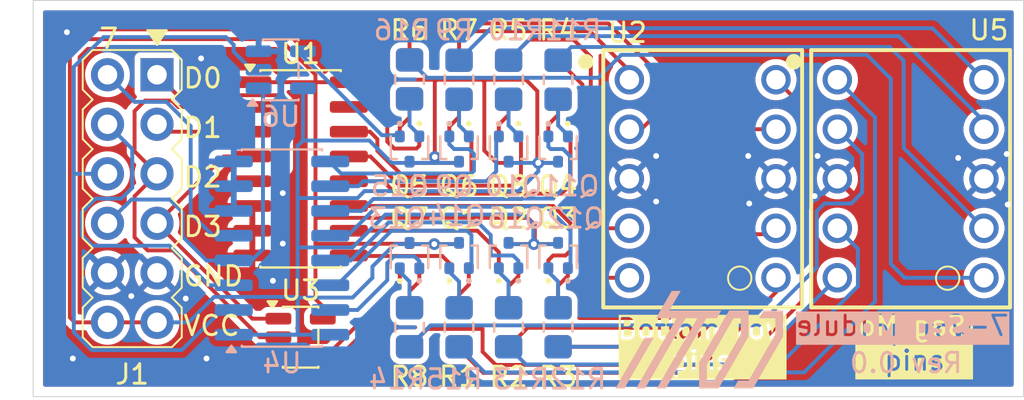
<source format=kicad_pcb>
(kicad_pcb (version 20241229) (generator "pcbnew") (generator_version "9.0")
  (title_block (title "7Seg Module") (date "2026-01-18") (rev "0.0") (company "Cotti"))
  (layers (0 "F.Cu" signal) (2 "B.Cu" signal) (13 "F.Paste" user) (15 "B.Paste" user) (5 "F.SilkS" user "F.Silkscreen") (7 "B.SilkS" user "B.Silkscreen") (1 "F.Mask" user) (3 "B.Mask" user) (25 "Edge.Cuts" user))
  (net 0 "")
  (net 1 "/led_driver0/nmos_array0/a_in")
  (net 2 "GND")
  (net 3 "/led_driver0/nmos_array0/b_in")
  (net 4 "/led_driver0/nmos_array0/c_in")
  (net 5 "/led_driver0/nmos_array0/d_in")
  (net 6 "/led_driver0/nmos_array0/f_in")
  (net 7 "/led_driver0/nmos_array0/g_in")
  (net 8 "/led_driver0/nmos_array0/dp_in")
  (net 9 "/led_driver0/nmos_array0/e_in")
  (net 10 "/led_driver1/nmos_array0/a_in")
  (net 11 "/led_driver1/nmos_array0/b_in")
  (net 12 "/led_driver1/nmos_array0/c_in")
  (net 13 "/led_driver1/nmos_array0/d_in")
  (net 14 "/led_driver1/nmos_array0/f_in")
  (net 15 "/led_driver1/nmos_array0/g_in")
  (net 16 "/led_driver1/nmos_array0/dp_in")
  (net 17 "/led_driver1/nmos_array0/e_in")
  (net 18 "/d13")
  (net 19 "/d00")
  (net 20 "/d03")
  (net 21 "VCC")
  (net 22 "/d01")
  (net 23 "/d02")
  (net 24 "/d12")
  (net 25 "/d10")
  (net 26 "/d11")
  (net 27 "Net-(U2-A)")
  (net 28 "/led_driver0/nmos_array0/a_out")
  (net 29 "Net-(U2-B)")
  (net 30 "/led_driver0/nmos_array0/b_out")
  (net 31 "/led_driver0/nmos_array0/c_out")
  (net 32 "Net-(U2-C)")
  (net 33 "/led_driver0/nmos_array0/d_out")
  (net 34 "Net-(U2-D)")
  (net 35 "Net-(U2-E)")
  (net 36 "/led_driver0/nmos_array0/e_out")
  (net 37 "/led_driver0/nmos_array0/f_out")
  (net 38 "Net-(U2-F)")
  (net 39 "Net-(U2-G)")
  (net 40 "/led_driver0/nmos_array0/g_out")
  (net 41 "/led_driver0/nmos_array0/dp_out")
  (net 42 "Net-(U2-DP)")
  (net 43 "/led_driver1/nmos_array0/a_out")
  (net 44 "Net-(U5-A)")
  (net 45 "Net-(U5-B)")
  (net 46 "/led_driver1/nmos_array0/e_out")
  (net 47 "/led_driver1/nmos_array0/b_out")
  (net 48 "Net-(U5-C)")
  (net 49 "/led_driver1/nmos_array0/f_out")
  (net 50 "Net-(U5-D)")
  (net 51 "Net-(U5-E)")
  (net 52 "/led_driver1/nmos_array0/c_out")
  (net 53 "Net-(U5-F)")
  (net 54 "/led_driver1/nmos_array0/g_out")
  (net 55 "Net-(U5-G)")
  (net 56 "/led_driver1/nmos_array0/d_out")
  (net 57 "/led_driver1/nmos_array0/dp_out")
  (net 58 "Net-(U5-DP)")
  (footprint "Resistor_SMD:R_0805_2012Metric_Pad1.20x1.40mm_HandSolder" (layer "F.Cu") (at 120.904 67.564 -90)
    (property "Reference" "R8")
    (property "Value" "39R")
  )
  (footprint "cotti_footprints:SOT-416" (layer "F.Cu") (at 125.984 58.42 -90)
    (property "Reference" "Q8")
    (property "Value" "RE1C001UNTCL" (hide yes))
  )
  (footprint "Resistor_SMD:R_0805_2012Metric_Pad1.20x1.40mm_HandSolder" (layer "F.Cu") (at 120.904 54.848 90)
    (property "Reference" "R6")
    (property "Value" "39R")
  )
  (footprint "Resistor_SMD:R_0805_2012Metric_Pad1.20x1.40mm_HandSolder" (layer "F.Cu") (at 128.524 54.864 90)
    (property "Reference" "R4")
    (property "Value" "39R")
  )
  (footprint "Resistor_SMD:R_0805_2012Metric_Pad1.20x1.40mm_HandSolder" (layer "F.Cu") (at 125.984 54.864 90)
    (property "Reference" "R5")
    (property "Value" "39R")
  )
  (footprint "Package_SO:SOIC-16_3.9x9.9mm_P1.27mm" (layer "F.Cu") (at 115.316 59.436)
    (property "Reference" "U1")
    (property "Value" "BCD_to_7seg")
  )
  (footprint "cotti_footprints:SOT-416" (layer "F.Cu") (at 123.444 63.881 90)
    (property "Reference" "Q1")
    (property "Value" "RE1C001UNTCL" (hide yes))
  )
  (footprint "cotti_footprints:SOT-416" (layer "F.Cu") (at 120.904 58.42 -90)
    (property "Reference" "Q5")
    (property "Value" "RE1C001UNTCL" (hide yes))
  )
  (footprint "Resistor_SMD:R_0805_2012Metric_Pad1.20x1.40mm_HandSolder" (layer "F.Cu") (at 123.444 67.564 -90)
    (property "Reference" "R1")
    (property "Value" "39R")
  )
  (footprint "cotti_footprints:SOT-416" (layer "F.Cu") (at 128.524 63.881 90)
    (property "Reference" "Q3")
    (property "Value" "RE1C001UNTCL" (hide yes))
  )
  (footprint "cotti_footprints:SOT-416" (layer "F.Cu") (at 125.984 63.881 90)
    (property "Reference" "Q2")
    (property "Value" "RE1C001UNTCL" (hide yes))
  )
  (footprint "Package_TO_SOT_SMD:SOT-23-5" (layer "F.Cu") (at 115.316 68.072)
    (property "Reference" "U3")
    (property "Value" "SN74LVC1G08DBVR-EV")
  )
  (footprint "cotti_footprints:WL-T7DS_0.39INCH" (layer "F.Cu") (at 135.9408 59.944)
    (property "Reference" "U2")
    (property "Value" "157119S12701")
  )
  (footprint "cotti_footprints:SOT-416" (layer "F.Cu") (at 120.904 63.896 90)
    (property "Reference" "Q7")
    (property "Value" "RE1C001UNTCL" (hide yes))
  )
  (footprint "Resistor_SMD:R_0805_2012Metric_Pad1.20x1.40mm_HandSolder" (layer "F.Cu") (at 123.444 54.864 90)
    (property "Reference" "R7")
    (property "Value" "39R")
  )
  (footprint "Resistor_SMD:R_0805_2012Metric_Pad1.20x1.40mm_HandSolder" (layer "F.Cu") (at 125.984 67.564 -90)
    (property "Reference" "R2")
    (property "Value" "39R")
  )
  (footprint "cotti_footprints:Pmod_2x06_pin" (layer "F.Cu") (at 107.95 54.61)
    (property "Reference" "J1")
    (property "Value" "Pmod GPIO 2x06 pin" (hide yes))
  )
  (footprint "Resistor_SMD:R_0805_2012Metric_Pad1.20x1.40mm_HandSolder" (layer "F.Cu") (at 128.524 67.564 -90)
    (property "Reference" "R3")
    (property "Value" "39R")
  )
  (footprint "cotti_footprints:SOT-416" (layer "F.Cu") (at 123.444 58.42 -90)
    (property "Reference" "Q6")
    (property "Value" "RE1C001UNTCL" (hide yes))
  )
  (footprint "cotti_footprints:SOT-416" (layer "F.Cu") (at 128.524 58.42 -90)
    (property "Reference" "Q4")
    (property "Value" "RE1C001UNTCL" (hide yes))
  )
  (footprint "cotti_footprints:WL-T7DS_0.39INCH" (layer "F.Cu") (at 146.6088 59.944)
    (property "Reference" "U5")
    (property "Value" "157119S12701")
  )
  (footprint "cotti_footprints:SOT-416" (layer "B.Cu") (at 128.524 63.881 90)
    (property "Reference" "Q12")
    (property "Value" "RE1C001UNTCL" (hide yes))
  )
  (footprint "Resistor_SMD:R_0805_2012Metric_Pad1.20x1.40mm_HandSolder" (layer "B.Cu") (at 125.984 54.864 90)
    (property "Reference" "R10")
    (property "Value" "39R")
  )
  (footprint "Package_SO:SOIC-16_3.9x9.9mm_P1.27mm" (layer "B.Cu") (at 114.362 63.5)
    (property "Reference" "U4")
    (property "Value" "BCD_to_7seg")
  )
  (footprint "cotti_footprints:SOT-416" (layer "B.Cu") (at 120.904 63.881 90)
    (property "Reference" "Q13")
    (property "Value" "RE1C001UNTCL" (hide yes))
  )
  (footprint "cotti_logo:cotti_logo_filled H=4mm T=0.4mm" (layer "B.Cu") (at 140.066481 66.699 180)
    (property "Reference" "REF**" (hide yes))
    (property "Value" "cotti_logo_filled H=4mm T=0.4mm" (hide yes))
  )
  (footprint "cotti_footprints:SOT-416" (layer "B.Cu") (at 123.444 63.881 90)
    (property "Reference" "Q14")
    (property "Value" "RE1C001UNTCL" (hide yes))
  )
  (footprint "Resistor_SMD:R_0805_2012Metric_Pad1.20x1.40mm_HandSolder" (layer "B.Cu") (at 128.524 67.564 -90)
    (property "Reference" "R12")
    (property "Value" "39R")
  )
  (footprint "Resistor_SMD:R_0805_2012Metric_Pad1.20x1.40mm_HandSolder" (layer "B.Cu") (at 128.524 54.864 90)
    (property "Reference" "R11")
    (property "Value" "39R")
  )
  (footprint "Resistor_SMD:R_0805_2012Metric_Pad1.20x1.40mm_HandSolder" (layer "B.Cu") (at 120.904 67.564 -90)
    (property "Reference" "R14")
    (property "Value" "39R")
  )
  (footprint "cotti_footprints:SOT-416" (layer "B.Cu") (at 128.524 58.42 -90)
    (property "Reference" "Q11")
    (property "Value" "RE1C001UNTCL" (hide yes))
  )
  (footprint "Package_TO_SOT_SMD:SOT-23-5" (layer "B.Cu") (at 114.3 54.356)
    (property "Reference" "U6")
    (property "Value" "SN74LVC1G08DBVR-EV")
  )
  (footprint "cotti_footprints:SOT-416" (layer "B.Cu") (at 125.984 58.42 -90)
    (property "Reference" "Q10")
    (property "Value" "RE1C001UNTCL" (hide yes))
  )
  (footprint "Resistor_SMD:R_0805_2012Metric_Pad1.20x1.40mm_HandSolder" (layer "B.Cu") (at 123.444 67.564 -90)
    (property "Reference" "R15")
    (property "Value" "39R")
  )
  (footprint "cotti_footprints:SOT-416" (layer "B.Cu") (at 125.984 63.881 90)
    (property "Reference" "Q16")
    (property "Value" "RE1C001UNTCL" (hide yes))
  )
  (footprint "Resistor_SMD:R_0805_2012Metric_Pad1.20x1.40mm_HandSolder" (layer "B.Cu") (at 120.904 54.848 90)
    (property "Reference" "R16")
    (property "Value" "39R")
  )
  (footprint "cotti_footprints:SOT-416" (layer "B.Cu") (at 120.904 58.42 -90)
    (property "Reference" "Q15")
    (property "Value" "RE1C001UNTCL" (hide yes))
  )
  (footprint "Resistor_SMD:R_0805_2012Metric_Pad1.20x1.40mm_HandSolder" (layer "B.Cu") (at 123.444 54.864 90)
    (property "Reference" "R9")
    (property "Value" "39R")
  )
  (footprint "Resistor_SMD:R_0805_2012Metric_Pad1.20x1.40mm_HandSolder" (layer "B.Cu") (at 125.984 67.564 -90)
    (property "Reference" "R13")
    (property "Value" "39R")
  )
  (footprint "cotti_footprints:SOT-416" (layer "B.Cu") (at 123.444 58.42 -90)
    (property "Reference" "Q9")
    (property "Value" "RE1C001UNTCL" (hide yes))
  )
  (gr_rect (start 101.6 50.8) (end 152.4 71.12) (stroke (width 0.05)) (fill no) (layer "Edge.Cuts"))
  (gr_text "D0" (at 109.22 55.372 0) (layer "F.SilkS") (effects (font (size 1 1)) (justify left bottom)))
  (gr_text "D3" (at 109.22 62.992 0) (layer "F.SilkS") (effects (font (size 1 1)) (justify left bottom)))
  (gr_text "Top row\npins" (at 146.812 69.85 0) (layer "F.SilkS" knockout) (effects (font (size 1 1)) (justify bottom)))
  (gr_text "D1" (at 109.22 57.912 0) (layer "F.SilkS") (effects (font (size 1 1)) (justify left bottom)))
  (gr_text "VCC" (at 109.22 68.072 0) (layer "F.SilkS") (effects (font (size 1 1)) (justify left bottom)))
  (gr_text "GND" (at 109.22 65.532 0) (layer "F.SilkS") (effects (font (size 1 1)) (justify left bottom)))
  (gr_text "D2" (at 109.22 60.452 0) (layer "F.SilkS") (effects (font (size 1 1)) (justify left bottom)))
  (gr_text "Bottom row\npins" (at 135.89 69.85 0) (layer "F.SilkS" knockout) (effects (font (size 1 1)) (justify bottom)))
  (gr_text "7-Seg Module" (at 146.177 68.072 0) (layer "B.SilkS" knockout) (effects (font (size 1 1)) (justify bottom mirror)))
  (gr_text "Rev 0.0" (at 149.352 69.977 0) (layer "B.SilkS") (effects (font (size 1 1)) (justify left bottom mirror)))
  (segment (start 117.791 63.881) (end 117.8164 63.9064) (width 0.2) (layer "F.Cu") (net 1))
  (segment (start 122.944001 64.270001) (end 122.944001 64.7192) (width 0.2) (layer "F.Cu") (net 1))
  (segment (start 122.5804 63.9064) (end 122.944001 64.270001) (width 0.2) (layer "F.Cu") (net 1))
  (segment (start 117.8164 63.9064) (end 122.5804 63.9064) (width 0.2) (layer "F.Cu") (net 1))
  (via (at 151.5872 61.2648) (size 0.6) (drill 0.3) (layers "F.Cu" "B.Cu") (net 2))
  (via (at 138.3284 61.214) (size 0.6) (drill 0.3) (layers "F.Cu" "B.Cu") (net 2))
  (via (at 149.0472 58.8772) (size 0.6) (drill 0.3) (layers "F.Cu" "B.Cu") (net 2))
  (via (at 103.3272 52.4256) (size 0.6) (drill 0.3) (layers "F.Cu" "B.Cu") (net 2))
  (via (at 133.5532 58.7756) (size 0.6) (drill 0.3) (layers "F.Cu" "B.Cu") (net 2))
  (via (at 141.6812 60.833) (size 0.6) (drill 0.3) (layers "F.Cu" "B.Cu") (net 2))
  (via (at 141.8336 58.7756) (size 0.6) (drill 0.3) (layers "F.Cu" "B.Cu") (net 2))
  (via (at 114.4016 60.6806) (size 0.6) (drill 0.3) (layers "F.Cu" "B.Cu") (net 2))
  (via (at 151.5364 58.674) (size 0.6) (drill 0.3) (layers "F.Cu" "B.Cu") (net 2))
  (via (at 113.8936 65.1764) (size 0.6) (drill 0.3) (layers "F.Cu" "B.Cu") (net 2))
  (via (at 138.2776 58.7756) (size 0.6) (drill 0.3) (layers "F.Cu" "B.Cu") (net 2))
  (via (at 114.4016 63.2714) (size 0.6) (drill 0.3) (layers "F.Cu" "B.Cu") (net 2))
  (via (at 103.632 69.1642) (size 0.6) (drill 0.3) (layers "F.Cu" "B.Cu") (net 2))
  (via (at 109.4232 66.0908) (size 0.6) (drill 0.3) (layers "F.Cu" "B.Cu") (net 2))
  (via (at 110.49 69.1642) (size 0.6) (drill 0.3) (layers "F.Cu" "B.Cu") (net 2))
  (via (at 106.6292 65.9638) (size 0.6) (drill 0.3) (layers "F.Cu" "B.Cu") (net 2))
  (via (at 110.2106 53.7718) (size 0.6) (drill 0.3) (layers "F.Cu" "B.Cu") (net 2))
  (via (at 133.5532 61.1124) (size 0.6) (drill 0.3) (layers "F.Cu" "B.Cu") (net 2))
  (segment (start 117.791 62.611) (end 124.3838 62.611) (width 0.2) (layer "F.Cu") (net 3))
  (segment (start 125.484001 63.711201) (end 125.484001 64.7192) (width 0.2) (layer "F.Cu") (net 3))
  (segment (start 124.3838 62.611) (end 125.484001 63.711201) (width 0.2) (layer "F.Cu") (net 3))
  (segment (start 129.159 62.23) (end 129.159 63.627) (width 0.2) (layer "F.Cu") (net 4))
  (segment (start 128.27 63.881) (end 128.024001 64.126999) (width 0.2) (layer "F.Cu") (net 4))
  (segment (start 128.905 63.881) (end 128.27 63.881) (width 0.2) (layer "F.Cu") (net 4))
  (segment (start 128.024001 64.126999) (end 128.024001 64.7192) (width 0.2) (layer "F.Cu") (net 4))
  (segment (start 129.159 63.627) (end 128.905 63.881) (width 0.2) (layer "F.Cu") (net 4))
  (segment (start 117.791 61.341) (end 128.27 61.341) (width 0.2) (layer "F.Cu") (net 4))
  (segment (start 128.27 61.341) (end 129.159 62.23) (width 0.2) (layer "F.Cu") (net 4))
  (segment (start 129.159 60.2488) (end 129.159 57.843801) (width 0.2) (layer "F.Cu") (net 5))
  (segment (start 120.1928 60.706) (end 128.7018 60.706) (width 0.2) (layer "F.Cu") (net 5))
  (segment (start 128.7018 60.706) (end 129.159 60.2488) (width 0.2) (layer "F.Cu") (net 5))
  (segment (start 129.159 57.843801) (end 129.023999 57.7088) (width 0.2) (layer "F.Cu") (net 5))
  (segment (start 117.791 60.071) (end 119.5578 60.071) (width 0.2) (layer "F.Cu") (net 5))
  (segment (start 119.5578 60.071) (end 120.1928 60.706) (width 0.2) (layer "F.Cu") (net 5))
  (segment (start 119.4562 56.261) (end 119.761 56.5658) (width 0.2) (layer "F.Cu") (net 6))
  (segment (start 121.403999 58.250201) (end 121.403999 57.7088) (width 0.2) (layer "F.Cu") (net 6))
  (segment (start 117.791 56.261) (end 119.4562 56.261) (width 0.2) (layer "F.Cu") (net 6))
  (segment (start 121.2596 58.3946) (end 121.403999 58.250201) (width 0.2) (layer "F.Cu") (net 6))
  (segment (start 120.1166 58.3946) (end 121.2596 58.3946) (width 0.2) (layer "F.Cu") (net 6))
  (segment (start 119.761 58.039) (end 120.1166 58.3946) (width 0.2) (layer "F.Cu") (net 6))
  (segment (start 119.761 56.5658) (end 119.761 58.039) (width 0.2) (layer "F.Cu") (net 6))
  (segment (start 118.872 57.531) (end 117.791 57.531) (width 0.2) (layer "F.Cu") (net 7))
  (segment (start 120.015 59.2753) (end 119.253 58.5133) (width 0.2) (layer "F.Cu") (net 7))
  (segment (start 120.142 59.3852) (end 120.1332 59.3852) (width 0.2) (layer "F.Cu") (net 7))
  (segment (start 120.0233 59.2753) (end 120.015 59.2753) (width 0.2) (layer "F.Cu") (net 7))
  (segment (start 120.6246 59.8678) (end 120.142 59.3852) (width 0.2) (layer "F.Cu") (net 7))
  (segment (start 124.079 59.6138) (end 123.825 59.8678) (width 0.2) (layer "F.Cu") (net 7))
  (segment (start 123.825 59.8678) (end 120.6246 59.8678) (width 0.2) (layer "F.Cu") (net 7))
  (segment (start 123.943999 57.7088) (end 124.079 57.843801) (width 0.2) (layer "F.Cu") (net 7))
  (segment (start 119.253 58.5133) (end 119.253 57.912) (width 0.2) (layer "F.Cu") (net 7))
  (segment (start 120.1332 59.3852) (end 120.0233 59.2753) (width 0.2) (layer "F.Cu") (net 7))
  (segment (start 119.253 57.912) (end 118.872 57.531) (width 0.2) (layer "F.Cu") (net 7))
  (segment (start 124.079 57.843801) (end 124.079 59.6138) (width 0.2) (layer "F.Cu") (net 7))
  (segment (start 116.4535 69.022) (end 116.652 69.022) (width 0.2) (layer "F.Cu") (net 8))
  (segment (start 120.404001 65.269999) (end 120.404001 64.7192) (width 0.2) (layer "F.Cu") (net 8))
  (segment (start 116.652 69.022) (end 120.404001 65.269999) (width 0.2) (layer "F.Cu") (net 8))
  (segment (start 126.1618 60.2996) (end 126.619 59.8424) (width 0.2) (layer "F.Cu") (net 9))
  (segment (start 126.619 59.8424) (end 126.619 57.843801) (width 0.2) (layer "F.Cu") (net 9))
  (segment (start 118.8974 58.801) (end 120.396 60.2996) (width 0.2) (layer "F.Cu") (net 9))
  (segment (start 120.396 60.2996) (end 126.1618 60.2996) (width 0.2) (layer "F.Cu") (net 9))
  (segment (start 126.619 57.843801) (end 126.483999 57.7088) (width 0.2) (layer "F.Cu") (net 9))
  (segment (start 117.791 58.801) (end 118.8974 58.801) (width 0.2) (layer "F.Cu") (net 9))
  (segment (start 123.952 58.42) (end 124.206 58.674) (width 0.2) (layer "B.Cu") (net 10))
  (segment (start 123.0173 57.7088) (end 122.944001 57.7088) (width 0.2) (layer "B.Cu") (net 10))
  (segment (start 122.944 58.174) (end 123.19 58.42) (width 0.2) (layer "B.Cu") (net 10))
  (segment (start 124.206 58.674) (end 124.206 59.5376) (width 0.2) (layer "B.Cu") (net 10))
  (segment (start 117.3935 59.6735) (end 116.775 59.055) (width 0.2) (layer "B.Cu") (net 10))
  (segment (start 122.944 57.77) (end 122.944 58.174) (width 0.2) (layer "B.Cu") (net 10))
  (segment (start 124.206 59.5376) (end 124.0701 59.6735) (width 0.2) (layer "B.Cu") (net 10))
  (segment (start 124.0701 59.6735) (end 117.3935 59.6735) (width 0.2) (layer "B.Cu") (net 10))
  (segment (start 123.19 58.42) (end 123.952 58.42) (width 0.2) (layer "B.Cu") (net 10))
  (segment (start 118.53 60.0745) (end 124.2362 60.0745) (width 0.2) (layer "B.Cu") (net 11))
  (segment (start 124.8464 60.071) (end 125.349 59.5684) (width 0.2) (layer "B.Cu") (net 11))
  (segment (start 124.2397 60.071) (end 124.8464 60.071) (width 0.2) (layer "B.Cu") (net 11))
  (segment (start 125.349 57.843801) (end 125.484001 57.7088) (width 0.2) (layer "B.Cu") (net 11))
  (segment (start 118.2795 60.325) (end 118.53 60.0745) (width 0.2) (layer "B.Cu") (net 11))
  (segment (start 124.2362 60.0745) (end 124.2397 60.071) (width 0.2) (layer "B.Cu") (net 11))
  (segment (start 116.775 60.325) (end 118.2795 60.325) (width 0.2) (layer "B.Cu") (net 11))
  (segment (start 125.349 59.5684) (end 125.349 57.843801) (width 0.2) (layer "B.Cu") (net 11))
  (segment (start 128.827 58.469) (end 128.778 58.42) (width 0.2) (layer "B.Cu") (net 12))
  (segment (start 129.1336 60.0964) (end 129.1336 58.7756) (width 0.2) (layer "B.Cu") (net 12))
  (segment (start 128.778 58.42) (end 128.143 58.42) (width 0.2) (layer "B.Cu") (net 12))
  (segment (start 128.27 60.96) (end 129.1336 60.0964) (width 0.2) (layer "B.Cu") (net 12))
  (segment (start 126.6581 60.98) (end 126.6781 60.96) (width 0.2) (layer "B.Cu") (net 12))
  (segment (start 118.4319 61.595) (end 119.0469 60.98) (width 0.2) (layer "B.Cu") (net 12))
  (segment (start 129.075 58.715082) (end 128.828918 58.469) (width 0.2) (layer "B.Cu") (net 12))
  (segment (start 129.075 58.717) (end 129.075 58.715082) (width 0.2) (layer "B.Cu") (net 12))
  (segment (start 126.6781 60.96) (end 128.27 60.96) (width 0.2) (layer "B.Cu") (net 12))
  (segment (start 116.775 61.595) (end 118.4319 61.595) (width 0.2) (layer "B.Cu") (net 12))
  (segment (start 128.143 58.42) (end 128.024 58.301) (width 0.2) (layer "B.Cu") (net 12))
  (segment (start 128.024 58.301) (end 128.024 57.77) (width 0.2) (layer "B.Cu") (net 12))
  (segment (start 129.1336 58.7756) (end 129.075 58.717) (width 0.2) (layer "B.Cu") (net 12))
  (segment (start 119.0469 60.98) (end 126.6581 60.98) (width 0.2) (layer "B.Cu") (net 12))
  (segment (start 128.0668 57.7088) (end 128.024001 57.7088) (width 0.2) (layer "B.Cu") (net 12))
  (segment (start 128.828918 58.469) (end 128.827 58.469) (width 0.2) (layer "B.Cu") (net 12))
  (segment (start 126.8242 61.381) (end 126.8442 61.361) (width 0.2) (layer "B.Cu") (net 13))
  (segment (start 126.8442 61.361) (end 127.909 61.361) (width 0.2) (layer "B.Cu") (net 13))
  (segment (start 127.909 61.361) (end 129.159 62.611) (width 0.2) (layer "B.Cu") (net 13))
  (segment (start 117.729 62.865) (end 119.213 61.381) (width 0.2) (layer "B.Cu") (net 13))
  (segment (start 129.159 62.611) (end 129.159 64.584199) (width 0.2) (layer "B.Cu") (net 13))
  (segment (start 129.159 64.584199) (end 129.023999 64.7192) (width 0.2) (layer "B.Cu") (net 13))
  (segment (start 119.213 61.381) (end 126.8242 61.381) (width 0.2) (layer "B.Cu") (net 13))
  (segment (start 116.775 62.865) (end 117.729 62.865) (width 0.2) (layer "B.Cu") (net 13))
  (segment (start 119.761 65.151) (end 119.761 64.268082) (width 0.2) (layer "B.Cu") (net 14))
  (segment (start 121.403999 64.168401) (end 121.403999 64.7192) (width 0.2) (layer "B.Cu") (net 14))
  (segment (start 120.099082 63.93) (end 121.165598 63.93) (width 0.2) (layer "B.Cu") (net 14))
  (segment (start 118.237 66.675) (end 119.761 65.151) (width 0.2) (layer "B.Cu") (net 14))
  (segment (start 121.165598 63.93) (end 121.403999 64.168401) (width 0.2) (layer "B.Cu") (net 14))
  (segment (start 119.761 64.268082) (end 120.099082 63.93) (width 0.2) (layer "B.Cu") (net 14))
  (segment (start 116.775 66.675) (end 118.237 66.675) (width 0.2) (layer "B.Cu") (net 14))
  (segment (start 118.113 64.4705) (end 118.113 64.475968) (width 0.2) (layer "B.Cu") (net 15))
  (segment (start 123.8631 62.611) (end 119.9725 62.611) (width 0.2) (layer "B.Cu") (net 15))
  (segment (start 116.775 65.405) (end 117.1702 65.405) (width 0.2) (layer "B.Cu") (net 15))
  (segment (start 118.113 64.475968) (end 117.183968 65.405) (width 0.2) (layer "B.Cu") (net 15))
  (segment (start 123.943999 64.7192) (end 124.079 64.584199) (width 0.2) (layer "B.Cu") (net 15))
  (segment (start 124.079 64.584199) (end 124.079 62.8269) (width 0.2) (layer "B.Cu") (net 15))
  (segment (start 124.079 62.8269) (end 123.8631 62.611) (width 0.2) (layer "B.Cu") (net 15))
  (segment (start 119.9725 62.611) (end 118.113 64.4705) (width 0.2) (layer "B.Cu") (net 15))
  (segment (start 117.183968 65.405) (end 116.837 65.405) (width 0.2) (layer "B.Cu") (net 15))
  (segment (start 115.4375 53.406) (end 115.4375 53.6647) (width 0.2) (layer "B.Cu") (net 16))
  (segment (start 119.4816 57.7088) (end 120.404001 57.7088) (width 0.2) (layer "B.Cu") (net 16))
  (segment (start 115.4375 53.6647) (end 119.4816 57.7088) (width 0.2) (layer "B.Cu") (net 16))
  (segment (start 117.8814 64.135) (end 119.8334 62.183) (width 0.2) (layer "B.Cu") (net 17))
  (segment (start 125.0696 62.8396) (end 125.0696 63.881) (width 0.2) (layer "B.Cu") (net 17))
  (segment (start 126.483999 64.152399) (end 126.483999 64.7192) (width 0.2) (layer "B.Cu") (net 17))
  (segment (start 126.2126 63.881) (end 126.483999 64.152399) (width 0.2) (layer "B.Cu") (net 17))
  (segment (start 119.8334 62.183) (end 124.413 62.183) (width 0.2) (layer "B.Cu") (net 17))
  (segment (start 124.413 62.183) (end 125.0696 62.8396) (width 0.2) (layer "B.Cu") (net 17))
  (segment (start 125.0696 63.881) (end 126.2126 63.881) (width 0.2) (layer "B.Cu") (net 17))
  (segment (start 116.775 64.135) (end 117.8814 64.135) (width 0.2) (layer "B.Cu") (net 17))
  (segment (start 126.483999 64.7192) (end 126.492 64.711199) (width 0.2) (layer "B.Cu") (net 17))
  (segment (start 106.2873 61.361) (end 106.6375 61.0108) (width 0.2) (layer "B.Cu") (net 18))
  (segment (start 113.3856 55.5291) (end 113.3856 63.549399) (width 0.2) (layer "B.Cu") (net 18))
  (segment (start 105.41 62.23) (end 106.279 61.361) (width 0.2) (layer "B.Cu") (net 18))
  (segment (start 113.1625 55.306) (end 113.3856 55.5291) (width 0.2) (layer "B.Cu") (net 18))
  (segment (start 109.2708 61.67012) (end 109.2708 62.9158) (width 0.2) (layer "B.Cu") (net 18))
  (segment (start 108.61148 61.0108) (end 109.2708 61.67012) (width 0.2) (layer "B.Cu") (net 18))
  (segment (start 112.799999 64.135) (end 111.825 64.135) (width 0.2) (layer "B.Cu") (net 18))
  (segment (start 109.2708 62.9158) (end 110.49 64.135) (width 0.2) (layer "B.Cu") (net 18))
  (segment (start 106.6375 61.0108) (end 108.61148 61.0108) (width 0.2) (layer "B.Cu") (net 18))
  (segment (start 110.49 64.135) (end 111.825 64.135) (width 0.2) (layer "B.Cu") (net 18))
  (segment (start 113.3856 63.549399) (end 112.799999 64.135) (width 0.2) (layer "B.Cu") (net 18))
  (segment (start 106.279 61.361) (end 106.2873 61.361) (width 0.2) (layer "B.Cu") (net 18))
  (segment (start 114.1562 55.66) (end 114.5286 56.0324) (width 0.2) (layer "F.Cu") (net 19))
  (segment (start 114.5286 56.0324) (end 114.5286 59.358399) (width 0.2) (layer "F.Cu") (net 19))
  (segment (start 114.5286 59.358399) (end 113.815999 60.071) (width 0.2) (layer "F.Cu") (net 19))
  (segment (start 109 55.66) (end 114.1562 55.66) (width 0.2) (layer "F.Cu") (net 19))
  (segment (start 107.95 54.61) (end 109 55.66) (width 0.2) (layer "F.Cu") (net 19))
  (segment (start 113.815999 60.071) (end 112.841 60.071) (width 0.2) (layer "F.Cu") (net 19))
  (segment (start 107.95 62.23) (end 112.842 67.122) (width 0.2) (layer "F.Cu") (net 20))
  (segment (start 112.842 67.122) (end 114.1785 67.122) (width 0.2) (layer "F.Cu") (net 20))
  (segment (start 107.95 62.23) (end 111.379 58.801) (width 0.2) (layer "F.Cu") (net 20))
  (segment (start 111.379 58.801) (end 112.841 58.801) (width 0.2) (layer "F.Cu") (net 20))
  (segment (start 120.8872 63.28) (end 120.904 63.2968) (width 0.2) (layer "F.Cu") (net 21))
  (segment (start 116.078 61.9506) (end 126.9746 61.9506) (width 0.2) (layer "F.Cu") (net 21))
  (segment (start 122.1994 54.963) (end 122.1994 58.8264) (width 0.2) (layer "F.Cu") (net 21))
  (segment (start 104.1908 52.7812) (end 114.2492 52.7812) (width 0.2) (layer "F.Cu") (net 21))
  (segment (start 116.078 63.28) (end 120.8872 63.28) (width 0.2) (layer "F.Cu") (net 21))
  (segment (start 122.1994 59.1058) (end 122.174 59.1312) (width 0.2) (layer "F.Cu") (net 21))
  (segment (start 103.7336 67.31) (end 103.4796 67.056) (width 0.2) (layer "F.Cu") (net 21))
  (segment (start 124.6404 54.864) (end 126.873 54.864) (width 0.2) (layer "F.Cu") (net 21))
  (segment (start 116.078 61.9506) (end 116.078 63.28) (width 0.2) (layer "F.Cu") (net 21))
  (segment (start 105.41 67.31) (end 103.7336 67.31) (width 0.2) (layer "F.Cu") (net 21))
  (segment (start 124.7394 54.963) (end 124.7394 58.4962) (width 0.2) (layer "F.Cu") (net 21))
  (segment (start 103.4796 67.056) (end 103.4796 53.4924) (width 0.2) (layer "F.Cu") (net 21))
  (segment (start 123.444 63.2968) (end 120.904 63.2968) (width 0.2) (layer "F.Cu") (net 21))
  (segment (start 125.3744 59.1312) (end 125.984 59.1312) (width 0.2) (layer "F.Cu") (net 21))
  (segment (start 124.6404 54.864) (end 124.7394 54.963) (width 0.2) (layer "F.Cu") (net 21))
  (segment (start 116.078 54.991) (end 117.791 54.991) (width 0.2) (layer "F.Cu") (net 21))
  (segment (start 122.1994 54.963) (end 122.2984 54.864) (width 0.2) (layer "F.Cu") (net 21))
  (segment (start 112.841 54.991) (end 116.078 54.991) (width 0.2) (layer "F.Cu") (net 21))
  (segment (start 122.2984 54.864) (end 124.6404 54.864) (width 0.2) (layer "F.Cu") (net 21))
  (segment (start 103.4796 53.4924) (end 104.1908 52.7812) (width 0.2) (layer "F.Cu") (net 21))
  (segment (start 124.7394 58.4962) (end 125.3744 59.1312) (width 0.2) (layer "F.Cu") (net 21))
  (segment (start 116.078 61.9506) (end 116.078 66.1162) (width 0.2) (layer "F.Cu") (net 21))
  (segment (start 127.4064 63.2968) (end 125.984 63.2968) (width 0.2) (layer "F.Cu") (net 21))
  (segment (start 127.3302 63.246) (end 127.2794 63.2968) (width 0.2) (layer "F.Cu") (net 21))
  (segment (start 114.2492 52.7812) (end 116.078 54.61) (width 0.2) (layer "F.Cu") (net 21))
  (segment (start 120.904 59.1312) (end 122.174 59.1312) (width 0.2) (layer "F.Cu") (net 21))
  (segment (start 127.635 59.1312) (end 128.524 59.1312) (width 0.2) (layer "F.Cu") (net 21))
  (segment (start 127.2794 63.2968) (end 127.4064 63.2968) (width 0.2) (layer "F.Cu") (net 21))
  (segment (start 127.4064 63.2968) (end 128.524 63.2968) (width 0.2) (layer "F.Cu") (net 21))
  (segment (start 116.078 54.991) (end 116.078 61.9506) (width 0.2) (layer "F.Cu") (net 21))
  (segment (start 127.3302 62.3062) (end 127.3302 63.246) (width 0.2) (layer "F.Cu") (net 21))
  (segment (start 122.1994 58.8264) (end 122.1994 59.1058) (width 0.2) (layer "F.Cu") (net 21))
  (segment (start 126.9746 61.9506) (end 127.3302 62.3062) (width 0.2) (layer "F.Cu") (net 21))
  (segment (start 127.4572 55.4482) (end 127.4572 58.9534) (width 0.2) (layer "F.Cu") (net 21))
  (segment (start 116.078 54.61) (end 116.078 54.991) (width 0.2) (layer "F.Cu") (net 21))
  (segment (start 116.4535 66.4917) (end 116.4535 67.122) (width 0.2) (layer "F.Cu") (net 21))
  (segment (start 117.918 54.864) (end 122.2984 54.864) (width 0.2) (layer "F.Cu") (net 21))
  (segment (start 126.873 54.864) (end 127.4572 55.4482) (width 0.2) (layer "F.Cu") (net 21))
  (segment (start 117.791 54.991) (end 117.918 54.864) (width 0.2) (layer "F.Cu") (net 21))
  (segment (start 107.95 67.31) (end 105.41 67.31) (width 0.2) (layer "F.Cu") (net 21))
  (segment (start 123.444 59.1312) (end 122.174 59.1312) (width 0.2) (layer "F.Cu") (net 21))
  (segment (start 116.078 66.1162) (end 116.4535 66.4917) (width 0.2) (layer "F.Cu") (net 21))
  (segment (start 127.4572 58.9534) (end 127.635 59.1312) (width 0.2) (layer "F.Cu") (net 21))
  (via (at 127.508 59.1312) (size 0.6) (drill 0.3) (layers "F.Cu" "B.Cu") (net 21))
  (via (at 127.2794 63.2968) (size 0.6) (drill 0.3) (layers "F.Cu" "B.Cu") (net 21))
  (via (at 122.174 63.2968) (size 0.6) (drill 0.3) (layers "F.Cu" "B.Cu") (net 21))
  (via (at 122.1994 58.8264) (size 0.6) (drill 0.3) (layers "F.Cu" "B.Cu") (net 21))
  (segment (start 122.1994 58.8264) (end 122.1994 59.1058) (width 0.2) (layer "B.Cu") (net 21))
  (segment (start 127.254 63.2968) (end 125.984 63.2968) (width 0.2) (layer "B.Cu") (net 21))
  (segment (start 115.1636 60.9346) (end 118.237 60.9346) (width 0.2) (layer "B.Cu") (net 21))
  (segment (start 126.492 60.579) (end 127.508 59.563) (width 0.2) (layer "B.Cu") (net 21))
  (segment (start 118.5926 60.579) (end 126.492 60.579) (width 0.2) (layer "B.Cu") (net 21))
  (segment (start 115.1636 63.4746) (end 115.1722 63.466) (width 0.2) (layer "B.Cu") (net 21))
  (segment (start 107.95 67.31) (end 109.573032 67.31) (width 0.2) (layer "B.Cu") (net 21))
  (segment (start 114.3 67.945) (end 115.1636 67.945) (width 0.2) (layer "B.Cu") (net 21))
  (segment (start 118.237 60.9346) (end 118.5926 60.579) (width 0.2) (layer "B.Cu") (net 21))
  (segment (start 115.1722 63.466) (end 117.9833 63.466) (width 0.2) (layer "B.Cu") (net 21))
  (segment (start 109.573032 67.31) (end 110.877032 66.006) (width 0.2) (layer "B.Cu") (net 21))
  (segment (start 115.1636 66.04) (end 117.983 66.04) (width 0.2) (layer "B.Cu") (net 21))
  (segment (start 120.1503 63.2968) (end 122.174 63.2968) (width 0.2) (layer "B.Cu") (net 21))
  (segment (start 127.254 59.1312) (end 127.508 59.1312) (width 0.2) (layer "B.Cu") (net 21))
  (segment (start 122.1994 59.1058) (end 122.174 59.1312) (width 0.2) (layer "B.Cu") (net 21))
  (segment (start 118.8411 57.9827) (end 119.9896 59.1312) (width 0.2) (layer "B.Cu") (net 21))
  (segment (start 119.9896 59.1312) (end 120.904 59.1312) (width 0.2) (layer "B.Cu") (net 21))
  (segment (start 123.444 63.2968) (end 122.174 63.2968) (width 0.2) (layer "B.Cu") (net 21))
  (segment (start 127.254 62.2808) (end 127.254 63.2968) (width 0.2) (layer "B.Cu") (net 21))
  (segment (start 127.254 63.2968) (end 127.2794 63.2968) (width 0.2) (layer "B.Cu") (net 21))
  (segment (start 118.999 65.024) (end 118.999 64.4481) (width 0.2) (layer "B.Cu") (net 21))
  (segment (start 127.508 59.563) (end 127.508 59.1312) (width 0.2) (layer "B.Cu") (net 21))
  (segment (start 115.1636 58.2566) (end 115.4375 57.9827) (width 0.2) (layer "B.Cu") (net 21))
  (segment (start 119.6673 61.782) (end 126.7552 61.782) (width 0.2) (layer "B.Cu") (net 21))
  (segment (start 115.4375 55.306) (end 115.4375 57.9827) (width 0.2) (layer "B.Cu") (net 21))
  (segment (start 126.7552 61.782) (end 127.254 62.2808) (width 0.2) (layer "B.Cu") (net 21))
  (segment (start 111.825 67.945) (end 114.3 67.945) (width 0.2) (layer "B.Cu") (net 21))
  (segment (start 127.2794 63.2968) (end 128.524 63.2968) (width 0.2) (layer "B.Cu") (net 21))
  (segment (start 123.444 59.1312) (end 122.174 59.1312) (width 0.2) (layer "B.Cu") (net 21))
  (segment (start 114.3 67.945) (end 116.775 67.945) (width 0.2) (layer "B.Cu") (net 21))
  (segment (start 125.984 59.1312) (end 127.254 59.1312) (width 0.2) (layer "B.Cu") (net 21))
  (segment (start 115.1296 66.006) (end 115.1636 66.04) (width 0.2) (layer "B.Cu") (net 21))
  (segment (start 115.4375 57.9827) (end 118.8411 57.9827) (width 0.2) (layer "B.Cu") (net 21))
  (segment (start 115.1636 66.04) (end 115.1636 63.4746) (width 0.2) (layer "B.Cu") (net 21))
  (segment (start 115.1636 63.4746) (end 115.1636 58.2566) (width 0.2) (layer "B.Cu") (net 21))
  (segment (start 122.174 59.1312) (end 120.904 59.1312) (width 0.2) (layer "B.Cu") (net 21))
  (segment (start 127.508 59.1312) (end 128.524 59.1312) (width 0.2) (layer "B.Cu") (net 21))
  (segment (start 117.983 66.04) (end 118.999 65.024) (width 0.2) (layer "B.Cu") (net 21))
  (segment (start 110.877032 66.006) (end 115.1296 66.006) (width 0.2) (layer "B.Cu") (net 21))
  (segment (start 118.999 64.4481) (end 120.1503 63.2968) (width 0.2) (layer "B.Cu") (net 21))
  (segment (start 117.9833 63.466) (end 119.6673 61.782) (width 0.2) (layer "B.Cu") (net 21))
  (segment (start 115.1636 67.945) (end 115.1636 66.04) (width 0.2) (layer "B.Cu") (net 21))
  (segment (start 107.95 57.15) (end 108.331 57.531) (width 0.2) (layer "F.Cu") (net 22))
  (segment (start 108.331 57.531) (end 112.841 57.531) (width 0.2) (layer "F.Cu") (net 22))
  (segment (start 106.799 56.4722) (end 107.33625 55.93495) (width 0.2) (layer "F.Cu") (net 23))
  (segment (start 106.799 58.539) (end 106.799 56.4722) (width 0.2) (layer "F.Cu") (net 23))
  (segment (start 113.2249 68.072) (end 114.1785 68.072) (width 0.2) (layer "F.Cu") (net 23))
  (segment (start 109.0339 56.261) (end 112.841 56.261) (width 0.2) (layer "F.Cu") (net 23))
  (segment (start 107.95 59.69) (end 106.799 58.539) (width 0.2) (layer "F.Cu") (net 23))
  (segment (start 106.799 60.841) (end 106.799 62.94476) (width 0.2) (layer "F.Cu") (net 23))
  (segment (start 108.7719 63.619) (end 113.2249 68.072) (width 0.2) (layer "F.Cu") (net 23))
  (segment (start 107.95 59.69) (end 106.799 60.841) (width 0.2) (layer "F.Cu") (net 23))
  (segment (start 107.47324 63.619) (end 108.7719 63.619) (width 0.2) (layer "F.Cu") (net 23))
  (segment (start 106.799 62.94476) (end 107.47324 63.619) (width 0.2) (layer "F.Cu") (net 23))
  (segment (start 107.33625 55.93495) (end 108.70785 55.93495) (width 0.2) (layer "F.Cu") (net 23))
  (segment (start 108.70785 55.93495) (end 109.0339 56.261) (width 0.2) (layer "F.Cu") (net 23))
  (segment (start 112.808032 54.356) (end 111.887 53.434968) (width 0.2) (layer "B.Cu") (net 24))
  (segment (start 105.41 59.69) (end 103.6828 59.69) (width 0.2) (layer "B.Cu") (net 24))
  (segment (start 103.6828 67.818) (end 104.5972 68.7324) (width 0.2) (layer "B.Cu") (net 24))
  (segment (start 111.4861 52.6796) (end 105.2068 52.6796) (width 0.2) (layer "B.Cu") (net 24))
  (segment (start 105.2068 52.6796) (end 103.6828 54.2036) (width 0.2) (layer "B.Cu") (net 24))
  (segment (start 111.2774 66.675) (end 111.825 66.675) (width 0.2) (layer "B.Cu") (net 24))
  (segment (start 111.887 53.0805) (end 111.4861 52.6796) (width 0.2) (layer "B.Cu") (net 24))
  (segment (start 109.22 68.7324) (end 111.2774 66.675) (width 0.2) (layer "B.Cu") (net 24))
  (segment (start 103.6828 59.69) (end 103.6828 67.818) (width 0.2) (layer "B.Cu") (net 24))
  (segment (start 104.5972 68.7324) (end 109.22 68.7324) (width 0.2) (layer "B.Cu") (net 24))
  (segment (start 113.1625 54.356) (end 112.808032 54.356) (width 0.2) (layer "B.Cu") (net 24))
  (segment (start 103.6828 54.2036) (end 103.6828 59.69) (width 0.2) (layer "B.Cu") (net 24))
  (segment (start 111.887 53.434968) (end 111.887 53.0805) (width 0.2) (layer "B.Cu") (net 24))
  (segment (start 105.41 54.61) (end 106.799 55.999) (width 0.2) (layer "B.Cu") (net 25))
  (segment (start 109.6772 61.722) (end 110.8202 62.865) (width 0.2) (layer "B.Cu") (net 25))
  (segment (start 106.799 55.999) (end 108.42676 55.999) (width 0.2) (layer "B.Cu") (net 25))
  (segment (start 109.6772 57.24944) (end 109.6772 61.722) (width 0.2) (layer "B.Cu") (net 25))
  (segment (start 110.8202 62.865) (end 111.825 62.865) (width 0.2) (layer "B.Cu") (net 25))
  (segment (start 108.42676 55.999) (end 109.6772 57.24944) (width 0.2) (layer "B.Cu") (net 25))
  (segment (start 106.68 58.42) (end 105.41 57.15) (width 0.2) (layer "B.Cu") (net 26))
  (segment (start 104.6306 63.381) (end 104.0892 62.8396) (width 0.2) (layer "B.Cu") (net 26))
  (segment (start 104.0892 62.8396) (end 104.0892 61.6712) (width 0.2) (layer "B.Cu") (net 26))
  (segment (start 104.0892 61.6712) (end 104.8004 60.96) (width 0.2) (layer "B.Cu") (net 26))
  (segment (start 106.1212 60.96) (end 106.68 60.4012) (width 0.2) (layer "B.Cu") (net 26))
  (segment (start 111.825 65.405) (end 110.617 65.405) (width 0.2) (layer "B.Cu") (net 26))
  (segment (start 106.68 60.4012) (end 106.68 58.42) (width 0.2) (layer "B.Cu") (net 26))
  (segment (start 110.617 65.405) (end 108.593 63.381) (width 0.2) (layer "B.Cu") (net 26))
  (segment (start 104.8004 60.96) (end 106.1212 60.96) (width 0.2) (layer "B.Cu") (net 26))
  (segment (start 108.593 63.381) (end 104.6306 63.381) (width 0.2) (layer "B.Cu") (net 26))
  (segment (start 141.0208 66.2432) (end 141.0208 56.1848) (width 0.2) (layer "F.Cu") (net 27))
  (segment (start 124.6886 69.9008) (end 137.3632 69.9008) (width 0.2) (layer "F.Cu") (net 27))
  (segment (start 141.0208 56.1848) (end 139.7 54.864) (width 0.2) (layer "F.Cu") (net 27))
  (segment (start 123.444 68.6562) (end 124.6886 69.9008) (width 0.2) (layer "F.Cu") (net 27))
  (segment (start 137.3632 69.9008) (end 141.0208 66.2432) (width 0.2) (layer "F.Cu") (net 27))
  (segment (start 123.444 68.548) (end 123.444 68.6562) (width 0.2) (layer "F.Cu") (net 27))
  (segment (start 123.943999 64.7192) (end 123.943999 65.387601) (width 0.2) (layer "F.Cu") (net 28))
  (segment (start 123.444 65.8876) (end 123.444 66.548) (width 0.2) (layer "F.Cu") (net 28))
  (segment (start 123.943999 65.387601) (end 123.444 65.8876) (width 0.2) (layer "F.Cu") (net 28))
  (segment (start 136.4996 59.0804) (end 138.176 57.404) (width 0.2) (layer "F.Cu") (net 29))
  (segment (start 136.4996 65.5066) (end 136.4996 59.0804) (width 0.2) (layer "F.Cu") (net 29))
  (segment (start 126.9586 67.5894) (end 134.4168 67.5894) (width 0.2) (layer "F.Cu") (net 29))
  (segment (start 125.984 68.564) (end 126.9586 67.5894) (width 0.2) (layer "F.Cu") (net 29))
  (segment (start 134.4168 67.5894) (end 136.4996 65.5066) (width 0.2) (layer "F.Cu") (net 29))
  (segment (start 138.176 57.404) (end 139.7 57.404) (width 0.2) (layer "F.Cu") (net 29))
  (segment (start 126.483999 64.7192) (end 126.483999 64.955801) (width 0.2) (layer "F.Cu") (net 30))
  (segment (start 125.984 65.4558) (end 125.984 66.564) (width 0.2) (layer "F.Cu") (net 30))
  (segment (start 126.483999 64.955801) (end 125.984 65.4558) (width 0.2) (layer "F.Cu") (net 30))
  (segment (start 129.023999 64.7192) (end 129.023999 64.930401) (width 0.2) (layer "F.Cu") (net 31))
  (segment (start 128.524 65.4304) (end 128.524 66.564) (width 0.2) (layer "F.Cu") (net 31))
  (segment (start 129.023999 64.930401) (end 128.524 65.4304) (width 0.2) (layer "F.Cu") (net 31))
  (segment (start 139.3952 62.7888) (end 139.7 62.484) (width 0.2) (layer "F.Cu") (net 32))
  (segment (start 138.2776 63.1952) (end 138.684 62.7888) (width 0.2) (layer "F.Cu") (net 32))
  (segment (start 138.2776 65.4304) (end 138.2776 63.1952) (width 0.2) (layer "F.Cu") (net 32))
  (segment (start 128.524 68.564) (end 135.144 68.564) (width 0.2) (layer "F.Cu") (net 32))
  (segment (start 135.144 68.564) (end 138.2776 65.4304) (width 0.2) (layer "F.Cu") (net 32))
  (segment (start 138.684 62.7888) (end 139.3952 62.7888) (width 0.2) (layer "F.Cu") (net 32))
  (segment (start 128.024001 57.167399) (end 128.524 56.6674) (width 0.2) (layer "F.Cu") (net 33))
  (segment (start 128.524 56.6674) (end 128.524 55.864) (width 0.2) (layer "F.Cu") (net 33))
  (segment (start 128.024001 57.7088) (end 128.024001 57.167399) (width 0.2) (layer "F.Cu") (net 33))
  (segment (start 128.524 53.864) (end 129.7686 55.1086) (width 0.2) (layer "F.Cu") (net 34))
  (segment (start 130.3274 65.024) (end 132.18 65.024) (width 0.2) (layer "F.Cu") (net 34))
  (segment (start 129.7686 64.4652) (end 130.3274 65.024) (width 0.2) (layer "F.Cu") (net 34))
  (segment (start 129.7686 55.1086) (end 129.7686 64.4652) (width 0.2) (layer "F.Cu") (net 34))
  (segment (start 130.2004 61.9506) (end 130.7338 62.484) (width 0.2) (layer "F.Cu") (net 35))
  (segment (start 130.7338 62.484) (end 132.18 62.484) (width 0.2) (layer "F.Cu") (net 35))
  (segment (start 125.984 53.864) (end 127.0414 52.8066) (width 0.2) (layer "F.Cu") (net 35))
  (segment (start 130.2004 53.6956) (end 130.2004 61.9506) (width 0.2) (layer "F.Cu") (net 35))
  (segment (start 127.0414 52.8066) (end 129.3114 52.8066) (width 0.2) (layer "F.Cu") (net 35))
  (segment (start 129.3114 52.8066) (end 130.2004 53.6956) (width 0.2) (layer "F.Cu") (net 35))
  (segment (start 125.484001 57.7088) (end 125.484001 57.167399) (width 0.2) (layer "F.Cu") (net 36))
  (segment (start 125.984 56.6674) (end 125.984 55.864) (width 0.2) (layer "F.Cu") (net 36))
  (segment (start 125.484001 57.167399) (end 125.984 56.6674) (width 0.2) (layer "F.Cu") (net 36))
  (segment (start 120.404001 57.294399) (end 120.904 56.7944) (width 0.2) (layer "F.Cu") (net 37))
  (segment (start 120.904 56.7944) (end 120.904 55.864) (width 0.2) (layer "F.Cu") (net 37))
  (segment (start 120.404001 57.7088) (end 120.404001 57.294399) (width 0.2) (layer "F.Cu") (net 37))
  (segment (start 132.7912 57.404) (end 132.18 57.404) (width 0.2) (layer "F.Cu") (net 38))
  (segment (start 120.904 52.197) (end 121.1272 51.9738) (width 0.2) (layer "F.Cu") (net 38))
  (segment (start 120.904 53.864) (end 120.904 52.197) (width 0.2) (layer "F.Cu") (net 38))
  (segment (start 121.1272 51.9738) (end 131.0948 51.9738) (width 0.2) (layer "F.Cu") (net 38))
  (segment (start 133.5278 54.4068) (end 133.5278 56.6674) (width 0.2) (layer "F.Cu") (net 38))
  (segment (start 131.0948 51.9738) (end 133.5278 54.4068) (width 0.2) (layer "F.Cu") (net 38))
  (segment (start 133.5278 56.6674) (end 132.7912 57.404) (width 0.2) (layer "F.Cu") (net 38))
  (segment (start 123.444 52.7812) (end 123.8504 52.3748) (width 0.2) (layer "F.Cu") (net 39))
  (segment (start 130.1496 52.3748) (end 132.18 54.4052) (width 0.2) (layer "F.Cu") (net 39))
  (segment (start 123.8504 52.3748) (end 130.1496 52.3748) (width 0.2) (layer "F.Cu") (net 39))
  (segment (start 132.18 54.4052) (end 132.18 54.864) (width 0.2) (layer "F.Cu") (net 39))
  (segment (start 123.444 53.864) (end 123.444 52.7812) (width 0.2) (layer "F.Cu") (net 39))
  (segment (start 123.444 56.769) (end 123.444 55.864) (width 0.2) (layer "F.Cu") (net 40))
  (segment (start 122.944001 57.7088) (end 122.944001 57.268999) (width 0.2) (layer "F.Cu") (net 40))
  (segment (start 122.944001 57.268999) (end 123.444 56.769) (width 0.2) (layer "F.Cu") (net 40))
  (segment (start 121.403999 65.209801) (end 120.904 65.7098) (width 0.2) (layer "F.Cu") (net 41))
  (segment (start 120.904 65.7098) (end 120.904 66.564) (width 0.2) (layer "F.Cu") (net 41))
  (segment (start 121.403999 64.7192) (end 121.403999 65.209801) (width 0.2) (layer "F.Cu") (net 41))
  (segment (start 125.32824 69.4944) (end 135.9662 69.4944) (width 0.2) (layer "F.Cu") (net 42))
  (segment (start 139.7 65.7606) (end 139.7 65.024) (width 0.2) (layer "F.Cu") (net 42))
  (segment (start 135.9662 69.4944) (end 139.7 65.7606) (width 0.2) (layer "F.Cu") (net 42))
  (segment (start 120.904 68.564) (end 121.821 67.647) (width 0.2) (layer "F.Cu") (net 42))
  (segment (start 124.65116 68.81732) (end 125.32824 69.4944) (width 0.2) (layer "F.Cu") (net 42))
  (segment (start 121.821 67.647) (end 124.65116 67.647) (width 0.2) (layer "F.Cu") (net 42))
  (segment (start 124.65116 67.647) (end 124.65116 68.81732) (width 0.2) (layer "F.Cu") (net 42))
  (segment (start 123.444 55.864) (end 123.444 57.208801) (width 0.2) (layer "B.Cu") (net 43))
  (segment (start 123.444 57.208801) (end 123.943999 57.7088) (width 0.2) (layer "B.Cu") (net 43))
  (segment (start 125.0856 52.2224) (end 147.7264 52.2224) (width 0.2) (layer "B.Cu") (net 44))
  (segment (start 147.7264 52.2224) (end 150.368 54.864) (width 0.2) (layer "B.Cu") (net 44))
  (segment (start 123.444 53.864) (end 125.0856 52.2224) (width 0.2) (layer "B.Cu") (net 44))
  (segment (start 127.2192 52.6288) (end 145.9992 52.6288) (width 0.2) (layer "B.Cu") (net 45))
  (segment (start 145.9992 52.6288) (end 150.368 56.9976) (width 0.2) (layer "B.Cu") (net 45))
  (segment (start 125.984 53.864) (end 127.2192 52.6288) (width 0.2) (layer "B.Cu") (net 45))
  (segment (start 150.368 56.9976) (end 150.368 57.404) (width 0.2) (layer "B.Cu") (net 45))
  (segment (start 125.984 65.219199) (end 125.484001 64.7192) (width 0.2) (layer "B.Cu") (net 46))
  (segment (start 125.984 66.564) (end 125.984 65.219199) (width 0.2) (layer "B.Cu") (net 46))
  (segment (start 125.984 55.864) (end 125.984 57.208801) (width 0.2) (layer "B.Cu") (net 47))
  (segment (start 125.984 57.208801) (end 126.483999 57.7088) (width 0.2) (layer "B.Cu") (net 47))
  (segment (start 128.524 53.864) (end 129.2004 53.1876) (width 0.2) (layer "B.Cu") (net 48))
  (segment (start 145.542 53.1876) (end 146.2532 53.8988) (width 0.2) (layer "B.Cu") (net 48))
  (segment (start 146.2532 53.8988) (end 146.2532 58.3692) (width 0.2) (layer "B.Cu") (net 48))
  (segment (start 129.2004 53.1876) (end 145.542 53.1876) (width 0.2) (layer "B.Cu") (net 48))
  (segment (start 146.2532 58.3692) (end 150.368 62.484) (width 0.2) (layer "B.Cu") (net 48))
  (segment (start 120.904 65.219199) (end 120.404001 64.7192) (width 0.2) (layer "B.Cu") (net 49))
  (segment (start 120.904 66.548) (end 120.904 65.219199) (width 0.2) (layer "B.Cu") (net 49))
  (segment (start 128.524 68.564) (end 139.308 68.564) (width 0.2) (layer "B.Cu") (net 50))
  (segment (start 139.308 68.564) (end 142.848 65.024) (width 0.2) (layer "B.Cu") (net 50))
  (segment (start 143.903 65.460996) (end 143.903 63.539) (width 0.2) (layer "B.Cu") (net 51))
  (segment (start 125.984 68.564) (end 125.984 68.58) (width 0.2) (layer "B.Cu") (net 51))
  (segment (start 126.873 69.469) (end 139.894996 69.469) (width 0.2) (layer "B.Cu") (net 51))
  (segment (start 139.894996 69.469) (end 143.903 65.460996) (width 0.2) (layer "B.Cu") (net 51))
  (segment (start 125.984 68.58) (end 126.873 69.469) (width 0.2) (layer "B.Cu") (net 51))
  (segment (start 143.903 63.539) (end 142.848 62.484) (width 0.2) (layer "B.Cu") (net 51))
  (segment (start 128.524 57.208801) (end 129.023999 57.7088) (width 0.2) (layer "B.Cu") (net 52))
  (segment (start 128.524 55.864) (end 128.524 57.208801) (width 0.2) (layer "B.Cu") (net 52))
  (segment (start 138.822 67.465) (end 141.793 64.494) (width 0.2) (layer "B.Cu") (net 53))
  (segment (start 121.987 67.465) (end 138.822 67.465) (width 0.2) (layer "B.Cu") (net 53))
  (segment (start 143.5608 61.214) (end 144.1196 60.6552) (width 0.2) (layer "B.Cu") (net 53))
  (segment (start 120.904 68.548) (end 121.987 67.465) (width 0.2) (layer "B.Cu") (net 53))
  (segment (start 141.793 61.6102) (end 142.1892 61.214) (width 0.2) (layer "B.Cu") (net 53))
  (segment (start 144.1196 60.6552) (end 144.1196 58.6756) (width 0.2) (layer "B.Cu") (net 53))
  (segment (start 142.1892 61.214) (end 143.5608 61.214) (width 0.2) (layer "B.Cu") (net 53))
  (segment (start 141.793 64.494) (end 141.793 61.6102) (width 0.2) (layer "B.Cu") (net 53))
  (segment (start 144.1196 58.6756) (end 142.848 57.404) (width 0.2) (layer "B.Cu") (net 53))
  (segment (start 123.444 65.219199) (end 122.944001 64.7192) (width 0.2) (layer "B.Cu") (net 54))
  (segment (start 123.444 66.564) (end 123.444 65.219199) (width 0.2) (layer "B.Cu") (net 54))
  (segment (start 124.7554 69.8754) (end 141.1478 69.8754) (width 0.2) (layer "B.Cu") (net 55))
  (segment (start 144.78 66.2432) (end 144.78 56.796) (width 0.2) (layer "B.Cu") (net 55))
  (segment (start 141.1478 69.8754) (end 144.78 66.2432) (width 0.2) (layer "B.Cu") (net 55))
  (segment (start 144.78 56.796) (end 142.848 54.864) (width 0.2) (layer "B.Cu") (net 55))
  (segment (start 123.444 68.564) (end 124.7554 69.8754) (width 0.2) (layer "B.Cu") (net 55))
  (segment (start 128.524 66.564) (end 128.524 65.219199) (width 0.2) (layer "B.Cu") (net 56))
  (segment (start 128.524 65.219199) (end 128.024001 64.7192) (width 0.2) (layer "B.Cu") (net 56))
  (segment (start 120.904 57.208801) (end 121.403999 57.7088) (width 0.2) (layer "B.Cu") (net 57))
  (segment (start 120.904 55.864) (end 120.904 57.208801) (width 0.2) (layer "B.Cu") (net 57))
  (segment (start 130.589004 54.765) (end 131.765404 53.5886) (width 0.2) (layer "B.Cu") (net 58))
  (segment (start 144.3682 53.5886) (end 145.5928 54.8132) (width 0.2) (layer "B.Cu") (net 58))
  (segment (start 145.5928 54.8132) (end 145.5928 64.3128) (width 0.2) (layer "B.Cu") (net 58))
  (segment (start 121.805 54.765) (end 130.589004 54.765) (width 0.2) (layer "B.Cu") (net 58))
  (segment (start 120.904 53.864) (end 121.805 54.765) (width 0.2) (layer "B.Cu") (net 58))
  (segment (start 131.765404 53.5886) (end 144.3682 53.5886) (width 0.2) (layer "B.Cu") (net 58))
  (segment (start 145.5928 64.3128) (end 146.304 65.024) (width 0.2) (layer "B.Cu") (net 58))
  (segment (start 146.304 65.024) (end 150.368 65.024) (width 0.2) (layer "B.Cu") (net 58))
  (zone (net 2) (net_name "GND") (layers "F.Cu" "B.Cu") (connect_pads (clearance 0.3)) (min_thickness 0.2) (fill yes (thermal_gap 0.3) (thermal_bridge_width 0.3))
    (polygon (pts (xy 102.108 70.612) (xy 102.108 51.308) (xy 151.892 51.308) (xy 151.892 70.612)))
  )
)
</source>
